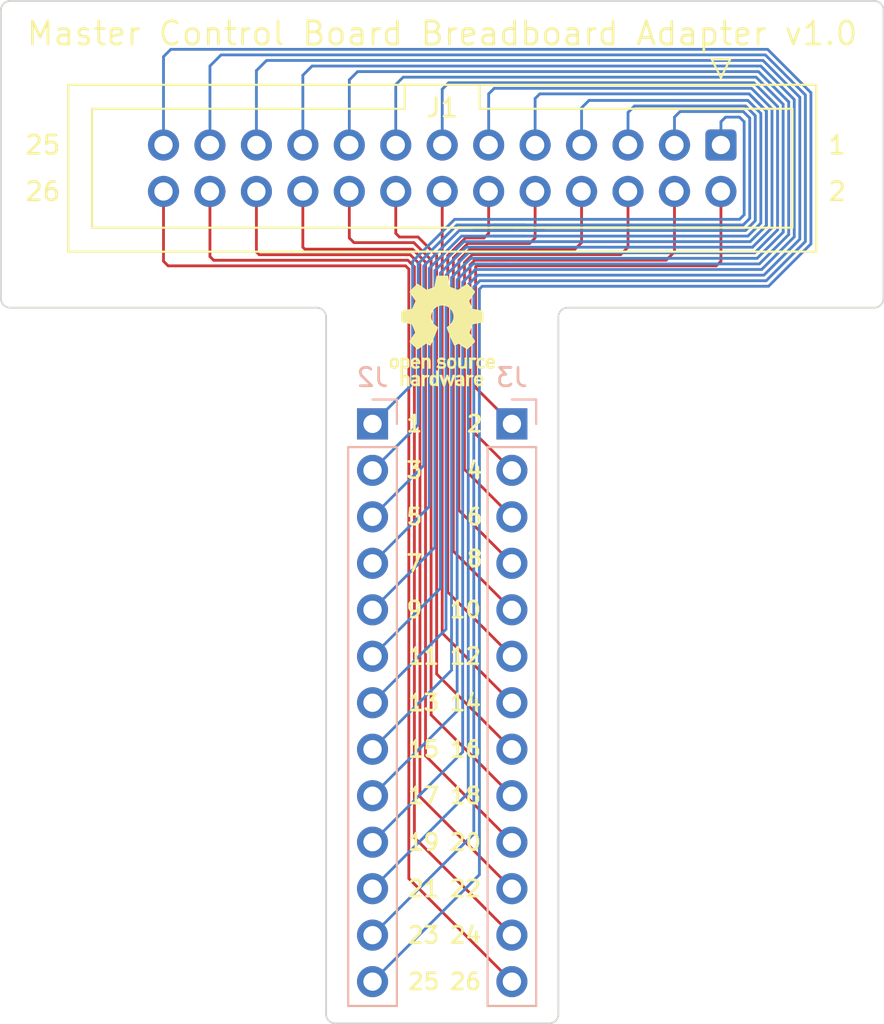
<source format=kicad_pcb>
(kicad_pcb (version 20211014) (generator pcbnew)
  (title_block (title "MCB Breadboard Connector") (date "2022-02-14"))
  (layers (0 "F.Cu" signal) (31 "B.Cu" signal) (36 "B.SilkS" user "B.Silkscreen") (37 "F.SilkS" user "F.Silkscreen") (38 "B.Mask" user) (39 "F.Mask" user) (44 "Edge.Cuts" user))
  (net 0 "")
  (net 1 "Net-(J1-Pad1)")
  (net 2 "Net-(J1-Pad3)")
  (net 3 "Net-(J1-Pad5)")
  (net 4 "Net-(J1-Pad7)")
  (net 5 "Net-(J1-Pad9)")
  (net 6 "Net-(J1-Pad11)")
  (net 7 "Net-(J1-Pad13)")
  (net 8 "Net-(J1-Pad15)")
  (net 9 "Net-(J1-Pad17)")
  (net 10 "Net-(J1-Pad19)")
  (net 11 "Net-(J1-Pad21)")
  (net 12 "Net-(J1-Pad23)")
  (net 13 "Net-(J1-Pad25)")
  (net 14 "Net-(J1-Pad2)")
  (net 15 "Net-(J1-Pad4)")
  (net 16 "Net-(J1-Pad6)")
  (net 17 "Net-(J1-Pad8)")
  (net 18 "Net-(J1-Pad10)")
  (net 19 "Net-(J1-Pad12)")
  (net 20 "Net-(J1-Pad14)")
  (net 21 "Net-(J1-Pad16)")
  (net 22 "Net-(J1-Pad18)")
  (net 23 "Net-(J1-Pad20)")
  (net 24 "Net-(J1-Pad22)")
  (net 25 "Net-(J1-Pad24)")
  (net 26 "Net-(J1-Pad26)")
  (footprint "Symbol:OSHW-Logo_5.7x6mm_SilkScreen" (layer "F.Cu") (at 135.89 49.53)
    (fp_text reference "REF**" hide)
    (fp_text value "OSHW-Logo_5.7x6mm_SilkScreen" hide)
  )
  (footprint "Connector_IDC:IDC-Header_2x13_P2.54mm_Vertical" (layer "F.Cu") (at 151.13 39.37 -90)
    (fp_text reference "J1" (at -2.032 15.24 180) (layer "F.SilkS"))
    (fp_text value "Conn_02x13_Odd_Even" hide)
    (pad "1" thru_hole roundrect locked (at 0 0 270) (size 1.7 1.7) (drill 1) (layers *.Cu *.Mask) (roundrect_rratio 0.1470588235) (net 1 "Net-(J1-Pad1)"))
    (pad "2" thru_hole circle locked (at 2.54 0 270) (size 1.7 1.7) (drill 1) (layers *.Cu *.Mask) (net 14 "Net-(J1-Pad2)"))
    (pad "3" thru_hole circle locked (at 0 2.54 270) (size 1.7 1.7) (drill 1) (layers *.Cu *.Mask) (net 2 "Net-(J1-Pad3)"))
    (pad "4" thru_hole circle locked (at 2.54 2.54 270) (size 1.7 1.7) (drill 1) (layers *.Cu *.Mask) (net 15 "Net-(J1-Pad4)"))
    (pad "5" thru_hole circle locked (at 0 5.08 270) (size 1.7 1.7) (drill 1) (layers *.Cu *.Mask) (net 3 "Net-(J1-Pad5)"))
    (pad "6" thru_hole circle locked (at 2.54 5.08 270) (size 1.7 1.7) (drill 1) (layers *.Cu *.Mask) (net 16 "Net-(J1-Pad6)"))
    (pad "7" thru_hole circle locked (at 0 7.62 270) (size 1.7 1.7) (drill 1) (layers *.Cu *.Mask) (net 4 "Net-(J1-Pad7)"))
    (pad "8" thru_hole circle locked (at 2.54 7.62 270) (size 1.7 1.7) (drill 1) (layers *.Cu *.Mask) (net 17 "Net-(J1-Pad8)"))
    (pad "9" thru_hole circle locked (at 0 10.16 270) (size 1.7 1.7) (drill 1) (layers *.Cu *.Mask) (net 5 "Net-(J1-Pad9)"))
    (pad "10" thru_hole circle locked (at 2.54 10.16 270) (size 1.7 1.7) (drill 1) (layers *.Cu *.Mask) (net 18 "Net-(J1-Pad10)"))
    (pad "11" thru_hole circle locked (at 0 12.7 270) (size 1.7 1.7) (drill 1) (layers *.Cu *.Mask) (net 6 "Net-(J1-Pad11)"))
    (pad "12" thru_hole circle locked (at 2.54 12.7 270) (size 1.7 1.7) (drill 1) (layers *.Cu *.Mask) (net 19 "Net-(J1-Pad12)"))
    (pad "13" thru_hole circle locked (at 0 15.24 270) (size 1.7 1.7) (drill 1) (layers *.Cu *.Mask) (net 7 "Net-(J1-Pad13)"))
    (pad "14" thru_hole circle locked (at 2.54 15.24 270) (size 1.7 1.7) (drill 1) (layers *.Cu *.Mask) (net 20 "Net-(J1-Pad14)"))
    (pad "15" thru_hole circle locked (at 0 17.78 270) (size 1.7 1.7) (drill 1) (layers *.Cu *.Mask) (net 8 "Net-(J1-Pad15)"))
    (pad "16" thru_hole circle locked (at 2.54 17.78 270) (size 1.7 1.7) (drill 1) (layers *.Cu *.Mask) (net 21 "Net-(J1-Pad16)"))
    (pad "17" thru_hole circle locked (at 0 20.32 270) (size 1.7 1.7) (drill 1) (layers *.Cu *.Mask) (net 9 "Net-(J1-Pad17)"))
    (pad "18" thru_hole circle locked (at 2.54 20.32 270) (size 1.7 1.7) (drill 1) (layers *.Cu *.Mask) (net 22 "Net-(J1-Pad18)"))
    (pad "19" thru_hole circle locked (at 0 22.86 270) (size 1.7 1.7) (drill 1) (layers *.Cu *.Mask) (net 10 "Net-(J1-Pad19)"))
    (pad "20" thru_hole circle locked (at 2.54 22.86 270) (size 1.7 1.7) (drill 1) (layers *.Cu *.Mask) (net 23 "Net-(J1-Pad20)"))
    (pad "21" thru_hole circle locked (at 0 25.4 270) (size 1.7 1.7) (drill 1) (layers *.Cu *.Mask) (net 11 "Net-(J1-Pad21)"))
    (pad "22" thru_hole circle locked (at 2.54 25.4 270) (size 1.7 1.7) (drill 1) (layers *.Cu *.Mask) (net 24 "Net-(J1-Pad22)"))
    (pad "23" thru_hole circle locked (at 0 27.94 270) (size 1.7 1.7) (drill 1) (layers *.Cu *.Mask) (net 12 "Net-(J1-Pad23)"))
    (pad "24" thru_hole circle locked (at 2.54 27.94 270) (size 1.7 1.7) (drill 1) (layers *.Cu *.Mask) (net 25 "Net-(J1-Pad24)"))
    (pad "25" thru_hole circle locked (at 0 30.48 270) (size 1.7 1.7) (drill 1) (layers *.Cu *.Mask) (net 13 "Net-(J1-Pad25)"))
    (pad "26" thru_hole circle locked (at 2.54 30.48 270) (size 1.7 1.7) (drill 1) (layers *.Cu *.Mask) (net 26 "Net-(J1-Pad26)"))
  )
  (footprint "Connector_PinHeader_2.54mm:PinHeader_1x13_P2.54mm_Vertical" (layer "B.Cu") (at 139.7 54.61 180)
    (fp_text reference "J3" (at 0 2.54) (layer "B.SilkS") (effects (justify mirror)))
    (fp_text value "Conn_01x13" hide)
    (pad "1" thru_hole rect locked (at 0 0 180) (size 1.7 1.7) (drill 1) (layers *.Cu *.Mask) (net 14 "Net-(J1-Pad2)"))
    (pad "2" thru_hole oval locked (at 0 -2.54 180) (size 1.7 1.7) (drill 1) (layers *.Cu *.Mask) (net 15 "Net-(J1-Pad4)"))
    (pad "3" thru_hole oval locked (at 0 -5.08 180) (size 1.7 1.7) (drill 1) (layers *.Cu *.Mask) (net 16 "Net-(J1-Pad6)"))
    (pad "4" thru_hole oval locked (at 0 -7.62 180) (size 1.7 1.7) (drill 1) (layers *.Cu *.Mask) (net 17 "Net-(J1-Pad8)"))
    (pad "5" thru_hole oval locked (at 0 -10.16 180) (size 1.7 1.7) (drill 1) (layers *.Cu *.Mask) (net 18 "Net-(J1-Pad10)"))
    (pad "6" thru_hole oval locked (at 0 -12.7 180) (size 1.7 1.7) (drill 1) (layers *.Cu *.Mask) (net 19 "Net-(J1-Pad12)"))
    (pad "7" thru_hole oval locked (at 0 -15.24 180) (size 1.7 1.7) (drill 1) (layers *.Cu *.Mask) (net 20 "Net-(J1-Pad14)"))
    (pad "8" thru_hole oval locked (at 0 -17.78 180) (size 1.7 1.7) (drill 1) (layers *.Cu *.Mask) (net 21 "Net-(J1-Pad16)"))
    (pad "9" thru_hole oval locked (at 0 -20.32 180) (size 1.7 1.7) (drill 1) (layers *.Cu *.Mask) (net 22 "Net-(J1-Pad18)"))
    (pad "10" thru_hole oval locked (at 0 -22.86 180) (size 1.7 1.7) (drill 1) (layers *.Cu *.Mask) (net 23 "Net-(J1-Pad20)"))
    (pad "11" thru_hole oval locked (at 0 -25.4 180) (size 1.7 1.7) (drill 1) (layers *.Cu *.Mask) (net 24 "Net-(J1-Pad22)"))
    (pad "12" thru_hole oval locked (at 0 -27.94 180) (size 1.7 1.7) (drill 1) (layers *.Cu *.Mask) (net 25 "Net-(J1-Pad24)"))
    (pad "13" thru_hole oval locked (at 0 -30.48 180) (size 1.7 1.7) (drill 1) (layers *.Cu *.Mask) (net 26 "Net-(J1-Pad26)"))
  )
  (footprint "Connector_PinHeader_2.54mm:PinHeader_1x13_P2.54mm_Vertical" (layer "B.Cu") (at 132.08 54.61 180)
    (fp_text reference "J2" (at 0 2.54) (layer "B.SilkS") (effects (justify mirror)))
    (fp_text value "Conn_01x13" hide)
    (pad "1" thru_hole rect locked (at 0 0 180) (size 1.7 1.7) (drill 1) (layers *.Cu *.Mask) (net 1 "Net-(J1-Pad1)"))
    (pad "2" thru_hole oval locked (at 0 -2.54 180) (size 1.7 1.7) (drill 1) (layers *.Cu *.Mask) (net 2 "Net-(J1-Pad3)"))
    (pad "3" thru_hole oval locked (at 0 -5.08 180) (size 1.7 1.7) (drill 1) (layers *.Cu *.Mask) (net 3 "Net-(J1-Pad5)"))
    (pad "4" thru_hole oval locked (at 0 -7.62 180) (size 1.7 1.7) (drill 1) (layers *.Cu *.Mask) (net 4 "Net-(J1-Pad7)"))
    (pad "5" thru_hole oval locked (at 0 -10.16 180) (size 1.7 1.7) (drill 1) (layers *.Cu *.Mask) (net 5 "Net-(J1-Pad9)"))
    (pad "6" thru_hole oval locked (at 0 -12.7 180) (size 1.7 1.7) (drill 1) (layers *.Cu *.Mask) (net 6 "Net-(J1-Pad11)"))
    (pad "7" thru_hole oval locked (at 0 -15.24 180) (size 1.7 1.7) (drill 1) (layers *.Cu *.Mask) (net 7 "Net-(J1-Pad13)"))
    (pad "8" thru_hole oval locked (at 0 -17.78 180) (size 1.7 1.7) (drill 1) (layers *.Cu *.Mask) (net 8 "Net-(J1-Pad15)"))
    (pad "9" thru_hole oval locked (at 0 -20.32 180) (size 1.7 1.7) (drill 1) (layers *.Cu *.Mask) (net 9 "Net-(J1-Pad17)"))
    (pad "10" thru_hole oval locked (at 0 -22.86 180) (size 1.7 1.7) (drill 1) (layers *.Cu *.Mask) (net 10 "Net-(J1-Pad19)"))
    (pad "11" thru_hole oval locked (at 0 -25.4 180) (size 1.7 1.7) (drill 1) (layers *.Cu *.Mask) (net 11 "Net-(J1-Pad21)"))
    (pad "12" thru_hole oval locked (at 0 -27.94 180) (size 1.7 1.7) (drill 1) (layers *.Cu *.Mask) (net 12 "Net-(J1-Pad23)"))
    (pad "13" thru_hole oval locked (at 0 -30.48 180) (size 1.7 1.7) (drill 1) (layers *.Cu *.Mask) (net 13 "Net-(J1-Pad25)"))
  )
  (gr_line (start 112.268 31.496) (end 159.512001 31.495999) (layer "Edge.Cuts") (width 0.1))
  (gr_arc (start 159.512001 31.495999) (mid 159.871211 31.644789) (end 160.020001 32.003999) (layer "Edge.Cuts") (width 0.1))
  (gr_line (start 160.020001 32.003999) (end 160.020001 47.752001) (layer "Edge.Cuts") (width 0.1))
  (gr_arc (start 111.76 32.004) (mid 111.90879 31.64479) (end 112.268 31.496) (layer "Edge.Cuts") (width 0.1))
  (gr_arc (start 142.24 48.768) (mid 142.38879 48.40879) (end 142.748 48.26) (layer "Edge.Cuts") (width 0.1))
  (gr_arc (start 112.267999 48.260001) (mid 111.908789 48.111211) (end 111.759999 47.752001) (layer "Edge.Cuts") (width 0.1))
  (gr_arc (start 129.032 48.259999) (mid 129.39121 48.408789) (end 129.54 48.767999) (layer "Edge.Cuts") (width 0.1))
  (gr_arc (start 130.047999 87.376001) (mid 129.688789 87.227211) (end 129.539999 86.868001) (layer "Edge.Cuts") (width 0.1))
  (gr_arc (start 142.24 86.868) (mid 142.09121 87.22721) (end 141.732 87.376) (layer "Edge.Cuts") (width 0.1))
  (gr_line (start 142.24 48.768) (end 142.24 86.868) (layer "Edge.Cuts") (width 0.1))
  (gr_line (start 141.732 87.376) (end 130.047999 87.376001) (layer "Edge.Cuts") (width 0.1))
  (gr_line (start 111.759999 47.752001) (end 111.76 32.004) (layer "Edge.Cuts") (width 0.1))
  (gr_line (start 159.512001 48.260001) (end 142.747999 48.259999) (layer "Edge.Cuts") (width 0.1))
  (gr_line (start 129.032 48.26) (end 112.267999 48.260001) (layer "Edge.Cuts") (width 0.1))
  (gr_line (start 129.539999 86.868001) (end 129.54 48.767999) (layer "Edge.Cuts") (width 0.1))
  (gr_arc (start 160.020001 47.752001) (mid 159.871211 48.111211) (end 159.512001 48.260001) (layer "Edge.Cuts") (width 0.1))
  (gr_text "1" (at 157.48 39.37) (layer "F.SilkS") (effects (font (size 1 1))))
  (gr_text "20" (at 137.16 77.47) (layer "F.SilkS") (effects (font (size 0.889 0.889))))
  (gr_text "22" (at 137.16 80.01) (layer "F.SilkS") (effects (font (size 0.889 0.889))))
  (gr_text "23" (at 134.874 82.55) (layer "F.SilkS") (effects (font (size 0.889 0.889))))
  (gr_text "24" (at 137.16 82.55) (layer "F.SilkS") (effects (font (size 0.889 0.889))))
  (gr_text "19" (at 134.874 77.47) (layer "F.SilkS") (effects (font (size 0.889 0.889))))
  (gr_text "11" (at 134.874 67.31) (layer "F.SilkS") (effects (font (size 0.889 0.889))))
  (gr_text "3" (at 134.366 57.15) (layer "F.SilkS") (effects (font (size 0.889 0.889))))
  (gr_text "21" (at 134.874 80.01) (layer "F.SilkS") (effects (font (size 0.889 0.889))))
  (gr_text "4" (at 137.668 57.15) (layer "F.SilkS") (effects (font (size 0.889 0.889))))
  (gr_text "8" (at 137.668 61.976) (layer "F.SilkS") (effects (font (size 0.889 0.889))))
  (gr_text "5" (at 134.366 59.69) (layer "F.SilkS") (effects (font (size 0.889 0.889))))
  (gr_text "26" (at 137.16 85.09) (layer "F.SilkS") (effects (font (size 0.889 0.889))))
  (gr_text "13" (at 134.874 69.85) (layer "F.SilkS") (effects (font (size 0.889 0.889))))
  (gr_text "1" (at 134.366 54.61) (layer "F.SilkS") (effects (font (size 0.889 0.889))))
  (gr_text "18" (at 137.16 74.93) (layer "F.SilkS") (effects (font (size 0.889 0.889))))
  (gr_text "Master Control Board Breadboard Adapter v1.0" (at 135.89 33.274) (layer "F.SilkS") (effects (font (size 1.27 1.27))))
  (gr_text "26" (at 114.046 41.91) (layer "F.SilkS") (effects (font (size 1 1))))
  (gr_text "17" (at 134.874 74.93) (layer "F.SilkS") (effects (font (size 0.889 0.889))))
  (gr_text "7" (at 134.366 62.23) (layer "F.SilkS") (effects (font (size 0.889 0.889))))
  (gr_text "12" (at 137.16 67.31) (layer "F.SilkS") (effects (font (size 0.889 0.889))))
  (gr_text "15" (at 134.874 72.39) (layer "F.SilkS") (effects (font (size 0.889 0.889))))
  (gr_text "10\n" (at 137.16 64.77) (layer "F.SilkS") (effects (font (size 0.889 0.889))))
  (gr_text "14" (at 137.16 69.85) (layer "F.SilkS") (effects (font (size 0.889 0.889))))
  (gr_text "25" (at 134.874 85.09) (layer "F.SilkS") (effects (font (size 0.889 0.889))))
  (gr_text "16" (at 137.16 72.39) (layer "F.SilkS") (effects (font (size 0.889 0.889))))
  (gr_text "9" (at 134.366 64.77) (layer "F.SilkS") (effects (font (size 0.889 0.889))))
  (gr_text "2" (at 157.48 41.91) (layer "F.SilkS") (effects (font (size 1 1))))
  (gr_text "25" (at 114.046 39.37) (layer "F.SilkS") (effects (font (size 1 1))))
  (gr_text "6" (at 137.668 59.69) (layer "F.SilkS") (effects (font (size 0.889 0.889))))
  (gr_text "2" (at 137.668 54.61) (layer "F.SilkS") (effects (font (size 0.889 0.889))))
  (segment (start 151.384 37.846) (end 152.146 37.846) (width 0.1524) (layer "B.Cu") (net 1))
  (segment (start 152.4 43.18) (end 152.146 43.434) (width 0.1524) (layer "B.Cu") (net 1))
  (segment (start 151.13 39.37) (end 151.13 38.1) (width 0.1524) (layer "B.Cu") (net 1))
  (segment (start 136.567521 43.434) (end 134.27016 45.731361) (width 0.1524) (layer "B.Cu") (net 1))
  (segment (start 152.4 38.1) (end 152.4 43.18) (width 0.1524) (layer "B.Cu") (net 1))
  (segment (start 134.27016 52.41984) (end 132.08 54.61) (width 0.1524) (layer "B.Cu") (net 1))
  (segment (start 152.146 43.434) (end 136.567521 43.434) (width 0.1524) (layer "B.Cu") (net 1))
  (segment (start 152.146 37.846) (end 152.4 38.1) (width 0.1524) (layer "B.Cu") (net 1))
  (segment (start 151.13 38.1) (end 151.384 37.846) (width 0.1524) (layer "B.Cu") (net 1))
  (segment (start 134.27016 45.731361) (end 134.27016 52.41984) (width 0.1524) (layer "B.Cu") (net 1))
  (segment (start 132.08 57.15) (end 134.57448 54.65552) (width 0.1524) (layer "B.Cu") (net 2))
  (segment (start 152.70432 43.38368) (end 152.70432 37.89632) (width 0.1524) (layer "B.Cu") (net 2))
  (segment (start 138.684 43.73832) (end 152.34968 43.73832) (width 0.1524) (layer "B.Cu") (net 2))
  (segment (start 134.57448 45.857414) (end 136.693574 43.73832) (width 0.1524) (layer "B.Cu") (net 2))
  (segment (start 148.59 37.846) (end 148.59 39.37) (width 0.1524) (layer "B.Cu") (net 2))
  (segment (start 152.34968 43.73832) (end 152.70432 43.38368) (width 0.1524) (layer "B.Cu") (net 2))
  (segment (start 152.34968 37.54168) (end 148.89432 37.54168) (width 0.1524) (layer "B.Cu") (net 2))
  (segment (start 152.70432 37.89632) (end 152.34968 37.54168) (width 0.1524) (layer "B.Cu") (net 2))
  (segment (start 136.693574 43.73832) (end 140.41168 43.73832) (width 0.1524) (layer "B.Cu") (net 2))
  (segment (start 148.89432 37.54168) (end 148.59 37.846) (width 0.1524) (layer "B.Cu") (net 2))
  (segment (start 134.57448 54.65552) (end 134.57448 45.857414) (width 0.1524) (layer "B.Cu") (net 2))
  (segment (start 146.40464 37.23736) (end 146.05 37.592) (width 0.1524) (layer "B.Cu") (net 3))
  (segment (start 137.581629 44.04264) (end 141.478 44.04264) (width 0.1524) (layer "B.Cu") (net 3))
  (segment (start 152.475733 37.23736) (end 146.40464 37.23736) (width 0.1524) (layer "B.Cu") (net 3))
  (segment (start 134.8788 56.8912) (end 134.8788 45.983467) (width 0.1524) (layer "B.Cu") (net 3))
  (segment (start 136.819627 44.04264) (end 139.80064 44.04264) (width 0.1524) (layer "B.Cu") (net 3))
  (segment (start 153.00864 43.509734) (end 153.00864 37.770267) (width 0.1524) (layer "B.Cu") (net 3))
  (segment (start 134.8788 45.983467) (end 136.819627 44.04264) (width 0.1524) (layer "B.Cu") (net 3))
  (segment (start 138.684 44.04264) (end 152.475734 44.04264) (width 0.1524) (layer "B.Cu") (net 3))
  (segment (start 152.475734 44.04264) (end 153.00864 43.509734) (width 0.1524) (layer "B.Cu") (net 3))
  (segment (start 146.05 37.592) (end 146.05 39.37) (width 0.1524) (layer "B.Cu") (net 3))
  (segment (start 132.08 59.69) (end 134.8788 56.8912) (width 0.1524) (layer "B.Cu") (net 3))
  (segment (start 153.00864 37.770267) (end 152.475733 37.23736) (width 0.1524) (layer "B.Cu") (net 3))
  (segment (start 136.94568 44.34696) (end 135.18312 46.10952) (width 0.1524) (layer "B.Cu") (net 4))
  (segment (start 135.18312 59.12688) (end 132.08 62.23) (width 0.1524) (layer "B.Cu") (net 4))
  (segment (start 143.91496 36.93304) (end 152.601786 36.93304) (width 0.1524) (layer "B.Cu") (net 4))
  (segment (start 143.51 39.37) (end 143.51 37.338) (width 0.1524) (layer "B.Cu") (net 4))
  (segment (start 153.31296 37.644214) (end 153.31296 43.635787) (width 0.1524) (layer "B.Cu") (net 4))
  (segment (start 152.601787 44.34696) (end 138.684 44.34696) (width 0.1524) (layer "B.Cu") (net 4))
  (segment (start 135.18312 46.10952) (end 135.18312 59.12688) (width 0.1524) (layer "B.Cu") (net 4))
  (segment (start 152.601786 36.93304) (end 153.31296 37.644214) (width 0.1524) (layer "B.Cu") (net 4))
  (segment (start 153.31296 43.635787) (end 152.601787 44.34696) (width 0.1524) (layer "B.Cu") (net 4))
  (segment (start 140.462 44.34696) (end 136.94568 44.34696) (width 0.1524) (layer "B.Cu") (net 4))
  (segment (start 143.51 37.338) (end 143.91496 36.93304) (width 0.1524) (layer "B.Cu") (net 4))
  (segment (start 152.72784 44.65128) (end 153.61728 43.761841) (width 0.1524) (layer "B.Cu") (net 5))
  (segment (start 140.97 36.83) (end 141.224 36.576) (width 0.1524) (layer "B.Cu") (net 5))
  (segment (start 135.48744 61.36256) (end 135.48744 46.235573) (width 0.1524) (layer "B.Cu") (net 5))
  (segment (start 153.61728 37.51816) (end 152.72784 36.62872) (width 0.1524) (layer "B.Cu") (net 5))
  (segment (start 140.97 39.37) (end 140.97 36.83) (width 0.1524) (layer "B.Cu") (net 5))
  (segment (start 137.071733 44.65128) (end 152.72784 44.65128) (width 0.1524) (layer "B.Cu") (net 5))
  (segment (start 132.08 64.77) (end 135.48744 61.36256) (width 0.1524) (layer "B.Cu") (net 5))
  (segment (start 153.61728 37.518161) (end 153.61728 43.761841) (width 0.1524) (layer "B.Cu") (net 5))
  (segment (start 141.224 36.576) (end 152.675119 36.576) (width 0.1524) (layer "B.Cu") (net 5))
  (segment (start 152.675119 36.576) (end 153.61728 37.518161) (width 0.1524) (layer "B.Cu") (net 5))
  (segment (start 153.61728 43.761841) (end 153.61728 37.51816) (width 0.1524) (layer "B.Cu") (net 5))
  (segment (start 135.48744 46.235573) (end 137.071733 44.65128) (width 0.1524) (layer "B.Cu") (net 5))
  (segment (start 152.853893 44.9556) (end 153.9216 43.887895) (width 0.1524) (layer "B.Cu") (net 6))
  (segment (start 135.79176 46.361626) (end 137.197786 44.9556) (width 0.1524) (layer "B.Cu") (net 6))
  (segment (start 138.43 36.576) (end 138.43 39.37) (width 0.1524) (layer "B.Cu") (net 6))
  (segment (start 135.79176 63.59824) (end 135.79176 46.361626) (width 0.1524) (layer "B.Cu") (net 6))
  (segment (start 152.801172 36.27168) (end 138.73432 36.27168) (width 0.1524) (layer "B.Cu") (net 6))
  (segment (start 153.9216 43.887895) (end 153.9216 37.392108) (width 0.1524) (layer "B.Cu") (net 6))
  (segment (start 138.73432 36.27168) (end 138.43 36.576) (width 0.1524) (layer "B.Cu") (net 6))
  (segment (start 153.9216 37.392108) (end 152.801172 36.27168) (width 0.1524) (layer "B.Cu") (net 6))
  (segment (start 132.08 67.31) (end 135.79176 63.59824) (width 0.1524) (layer "B.Cu") (net 6))
  (segment (start 137.197786 44.9556) (end 152.853893 44.9556) (width 0.1524) (layer "B.Cu") (net 6))
  (segment (start 154.22592 37.266055) (end 152.927225 35.96736) (width 0.1524) (layer "B.Cu") (net 7))
  (segment (start 154.22592 44.013949) (end 154.22592 37.266055) (width 0.1524) (layer "B.Cu") (net 7))
  (segment (start 136.09608 46.487679) (end 137.323839 45.25992) (width 0.1524) (layer "B.Cu") (net 7))
  (segment (start 152.927225 35.96736) (end 136.24464 35.96736) (width 0.1524) (layer "B.Cu") (net 7))
  (segment (start 136.09608 65.83392) (end 136.09608 46.487679) (width 0.1524) (layer "B.Cu") (net 7))
  (segment (start 135.89 36.322) (end 135.89 39.37) (width 0.1524) (layer "B.Cu") (net 7))
  (segment (start 136.24464 35.96736) (end 135.89 36.322) (width 0.1524) (layer "B.Cu") (net 7))
  (segment (start 152.979946 45.25992) (end 154.22592 44.013949) (width 0.1524) (layer "B.Cu") (net 7))
  (segment (start 137.323839 45.25992) (end 152.979946 45.25992) (width 0.1524) (layer "B.Cu") (net 7))
  (segment (start 132.08 69.85) (end 136.09608 65.83392) (width 0.1524) (layer "B.Cu") (net 7))
  (segment (start 154.53024 44.139999) (end 153.105999 45.56424) (width 0.1524) (layer "B.Cu") (net 8))
  (segment (start 154.53024 37.140002) (end 154.53024 44.04024) (width 0.1524) (layer "B.Cu") (net 8))
  (segment (start 154.53024 44.04024) (end 154.53024 44.140003) (width 0.1524) (layer "B.Cu") (net 8))
  (segment (start 133.75496 35.66304) (end 153.053278 35.66304) (width 0.1524) (layer "B.Cu") (net 8))
  (segment (start 133.35 39.37) (end 133.35 36.068) (width 0.1524) (layer "B.Cu") (net 8))
  (segment (start 136.4004 46.613732) (end 136.4004 68.0696) (width 0.1524) (layer "B.Cu") (net 8))
  (segment (start 153.053278 35.66304) (end 154.53024 37.140002) (width 0.1524) (layer "B.Cu") (net 8))
  (segment (start 153.105999 45.56424) (end 137.449892 45.56424) (width 0.1524) (layer "B.Cu") (net 8))
  (segment (start 154.53024 44.04024) (end 154.53024 44.139999) (width 0.1524) (layer "B.Cu") (net 8))
  (segment (start 136.4004 68.0696) (end 132.08 72.39) (width 0.1524) (layer "B.Cu") (net 8))
  (segment (start 137.449892 45.56424) (end 136.4004 46.613732) (width 0.1524) (layer "B.Cu") (net 8))
  (segment (start 133.35 36.068) (end 133.75496 35.66304) (width 0.1524) (layer "B.Cu") (net 8))
  (segment (start 154.83456 44.266053) (end 153.232052 45.86856) (width 0.1524) (layer "B.Cu") (net 9))
  (segment (start 136.70472 70.30528) (end 136.70472 46.739784) (width 0.1524) (layer "B.Cu") (net 9))
  (segment (start 153.232052 45.86856) (end 138.684 45.86856) (width 0.1524) (layer "B.Cu") (net 9))
  (segment (start 130.81 35.814) (end 131.26528 35.35872) (width 0.1524) (layer "B.Cu") (net 9))
  (segment (start 136.70472 46.739784) (end 137.575945 45.86856) (width 0.1524) (layer "B.Cu") (net 9))
  (segment (start 137.575945 45.86856) (end 139.446 45.86856) (width 0.1524) (layer "B.Cu") (net 9))
  (segment (start 130.81 39.37) (end 130.81 35.814) (width 0.1524) (layer "B.Cu") (net 9))
  (segment (start 153.179331 35.35872) (end 154.83456 37.013949) (width 0.1524) (layer "B.Cu") (net 9))
  (segment (start 131.26528 35.35872) (end 153.179331 35.35872) (width 0.1524) (layer "B.Cu") (net 9))
  (segment (start 132.08 74.93) (end 136.70472 70.30528) (width 0.1524) (layer "B.Cu") (net 9))
  (segment (start 154.83456 37.013949) (end 154.83456 44.266053) (width 0.1524) (layer "B.Cu") (net 9))
  (segment (start 137.00904 72.54096) (end 137.00904 46.865838) (width 0.1524) (layer "B.Cu") (net 10))
  (segment (start 128.7756 35.0544) (end 128.27 35.56) (width 0.1524) (layer "B.Cu") (net 10))
  (segment (start 153.358105 46.17288) (end 155.13888 44.392107) (width 0.1524) (layer "B.Cu") (net 10))
  (segment (start 155.13888 36.887896) (end 153.305384 35.0544) (width 0.1524) (layer "B.Cu") (net 10))
  (segment (start 155.13888 44.392107) (end 155.13888 36.887896) (width 0.1524) (layer "B.Cu") (net 10))
  (segment (start 153.305384 35.0544) (end 128.7756 35.0544) (width 0.1524) (layer "B.Cu") (net 10))
  (segment (start 128.27 35.56) (end 128.27 39.37) (width 0.1524) (layer "B.Cu") (net 10))
  (segment (start 137.701998 46.17288) (end 153.358105 46.17288) (width 0.1524) (layer "B.Cu") (net 10))
  (segment (start 132.08 77.47) (end 137.00904 72.54096) (width 0.1524) (layer "B.Cu") (net 10))
  (segment (start 137.00904 46.865838) (end 137.701998 46.17288) (width 0.1524) (layer "B.Cu") (net 10))
  (segment (start 153.431437 34.75008) (end 126.28592 34.75008) (width 0.1524) (layer "B.Cu") (net 11))
  (segment (start 153.479358 46.482) (end 155.4432 44.518158) (width 0.1524) (layer "B.Cu") (net 11))
  (segment (start 155.4432 36.761843) (end 153.431437 34.75008) (width 0.1524) (layer "B.Cu") (net 11))
  (segment (start 155.4432 44.518158) (end 155.4432 36.761843) (width 0.1524) (layer "B.Cu") (net 11))
  (segment (start 132.08 80.01) (end 137.31336 74.77664) (width 0.1524) (layer "B.Cu") (net 11))
  (segment (start 125.73 35.306) (end 125.73 39.37) (width 0.1524) (layer "B.Cu") (net 11))
  (segment (start 126.28592 34.75008) (end 125.73 35.306) (width 0.1524) (layer "B.Cu") (net 11))
  (segment (start 137.31336 74.77664) (end 137.31336 46.991892) (width 0.1524) (layer "B.Cu") (net 11))
  (segment (start 137.31336 46.991892) (end 137.823252 46.482) (width 0.1524) (layer "B.Cu") (net 11))
  (segment (start 137.823252 46.482) (end 153.479358 46.482) (width 0.1524) (layer "B.Cu") (net 11))
  (segment (start 137.61768 47.117946) (end 137.949311 46.786315) (width 0.1524) (layer "B.Cu") (net 12))
  (segment (start 155.74752 44.644211) (end 153.605411 46.78632) (width 0.1524) (layer "B.Cu") (net 12))
  (segment (start 123.19 35.052) (end 123.79624 34.44576) (width 0.1524) (layer "B.Cu") (net 12))
  (segment (start 132.08 82.55) (end 137.61768 77.01232) (width 0.1524) (layer "B.Cu") (net 12))
  (segment (start 123.79624 34.44576) (end 153.55749 34.44576) (width 0.1524) (layer "B.Cu") (net 12))
  (segment (start 137.949305 46.786317) (end 139.7 46.786317) (width 0.1524) (layer "B.Cu") (net 12))
  (segment (start 123.19 39.37) (end 123.19 35.052) (width 0.1524) (layer "B.Cu") (net 12))
  (segment (start 137.61768 77.01232) (end 137.61768 47.117946) (width 0.1524) (layer "B.Cu") (net 12))
  (segment (start 153.605411 46.78632) (end 139.7 46.78632) (width 0.1524) (layer "B.Cu") (net 12))
  (segment (start 155.74752 36.63579) (end 155.74752 44.644211) (width 0.1524) (layer "B.Cu") (net 12))
  (segment (start 153.55749 34.44576) (end 155.74752 36.63579) (width 0.1524) (layer "B.Cu") (net 12))
  (segment (start 156.05184 44.770264) (end 156.05184 36.509737) (width 0.1524) (layer "B.Cu") (net 13))
  (segment (start 137.922 47.244) (end 138.075365 47.090635) (width 0.1524) (layer "B.Cu") (net 13))
  (segment (start 137.922 79.248) (end 137.922 47.244) (width 0.1524) (layer "B.Cu") (net 13))
  (segment (start 121.05256 34.14144) (end 120.65 34.544) (width 0.1524) (layer "B.Cu") (net 13))
  (segment (start 138.075365 47.090635) (end 153.731468 47.090635) (width 0.1524) (layer "B.Cu") (net 13))
  (segment (start 153.731464 47.09064) (end 156.05184 44.770264) (width 0.1524) (layer "B.Cu") (net 13))
  (segment (start 156.05184 36.509737) (end 153.683543 34.14144) (width 0.1524) (layer "B.Cu") (net 13))
  (segment (start 120.65 34.544) (end 120.65 39.37) (width 0.1524) (layer "B.Cu") (net 13))
  (segment (start 132.08 85.09) (end 137.922 79.248) (width 0.1524) (layer "B.Cu") (net 13))
  (segment (start 153.683543 34.14144) (end 121.05256 34.14144) (width 0.1524) (layer "B.Cu") (net 13))
  (segment (start 150.876 45.974) (end 150.8736 45.9716) (width 0.1524) (layer "F.Cu") (net 14))
  (segment (start 151.13 45.72) (end 150.876 45.974) (width 0.1524) (layer "F.Cu") (net 14))
  (segment (start 137.79027 45.9716) (end 137.71592 46.04595) (width 0.1524) (layer "F.Cu") (net 14))
  (segment (start 150.8736 45.9716) (end 137.79027 45.9716) (width 0.1524) (layer "F.Cu") (net 14))
  (segment (start 137.71592 46.04595) (end 137.71592 52.62592) (width 0.1524) (layer "F.Cu") (net 14))
  (segment (start 137.71592 52.62592) (end 139.7 54.61) (width 0.1524) (layer "F.Cu") (net 14))
  (segment (start 151.13 41.91) (end 151.13 45.72) (width 0.1524) (layer "F.Cu") (net 14))
  (segment (start 137.664216 45.66728) (end 137.4116 45.919896) (width 0.1524) (layer "F.Cu") (net 15))
  (segment (start 148.59 41.91) (end 148.59 45.212) (width 0.1524) (layer "F.Cu") (net 15))
  (segment (start 137.4116 45.919896) (end 137.4116 54.8616) (width 0.1524) (layer "F.Cu") (net 15))
  (segment (start 137.4116 54.8616) (end 139.7 57.15) (width 0.1524) (layer "F.Cu") (net 15))
  (segment (start 148.13472 45.66728) (end 137.664216 45.66728) (width 0.1524) (layer "F.Cu") (net 15))
  (segment (start 148.59 45.212) (end 148.13472 45.66728) (width 0.1524) (layer "F.Cu") (net 15))
  (segment (start 145.64504 45.36296) (end 137.538162 45.36296) (width 0.1524) (layer "F.Cu") (net 16))
  (segment (start 137.10728 57.09728) (end 139.7 59.69) (width 0.1524) (layer "F.Cu") (net 16))
  (segment (start 146.05 41.91) (end 146.05 44.958) (width 0.1524) (layer "F.Cu") (net 16))
  (segment (start 137.10728 45.793842) (end 137.10728 57.09728) (width 0.1524) (layer "F.Cu") (net 16))
  (segment (start 146.05 44.958) (end 145.64504 45.36296) (width 0.1524) (layer "F.Cu") (net 16))
  (segment (start 137.538162 45.36296) (end 137.10728 45.793842) (width 0.1524) (layer "F.Cu") (net 16))
  (segment (start 143.51 41.91) (end 143.51 44.704) (width 0.1524) (layer "F.Cu") (net 17))
  (segment (start 143.51 44.704) (end 143.15536 45.05864) (width 0.1524) (layer "F.Cu") (net 17))
  (segment (start 137.412108 45.05864) (end 136.80296 45.667788) (width 0.1524) (layer "F.Cu") (net 17))
  (segment (start 136.80296 59.33296) (end 139.7 62.23) (width 0.1524) (layer "F.Cu") (net 17))
  (segment (start 136.80296 45.667788) (end 136.80296 59.33296) (width 0.1524) (layer "F.Cu") (net 17))
  (segment (start 143.15536 45.05864) (end 137.412108 45.05864) (width 0.1524) (layer "F.Cu") (net 17))
  (segment (start 137.286054 44.75432) (end 136.49864 45.541734) (width 0.1524) (layer "F.Cu") (net 18))
  (segment (start 140.97 41.91) (end 140.97 44.45) (width 0.1524) (layer "F.Cu") (net 18))
  (segment (start 140.66568 44.75432) (end 137.286054 44.75432) (width 0.1524) (layer "F.Cu") (net 18))
  (segment (start 140.97 44.45) (end 140.66568 44.75432) (width 0.1524) (layer "F.Cu") (net 18))
  (segment (start 136.49864 45.541734) (end 136.49864 61.56864) (width 0.1524) (layer "F.Cu") (net 18))
  (segment (start 136.49864 61.56864) (end 139.7 64.77) (width 0.1524) (layer "F.Cu") (net 18))
  (segment (start 136.19432 45.41568) (end 136.19432 63.80432) (width 0.1524) (layer "F.Cu") (net 19))
  (segment (start 136.19432 63.80432) (end 139.7 67.31) (width 0.1524) (layer "F.Cu") (net 19))
  (segment (start 138.176 44.45) (end 137.16 44.45) (width 0.1524) (layer "F.Cu") (net 19))
  (segment (start 138.43 44.196) (end 138.176 44.45) (width 0.1524) (layer "F.Cu") (net 19))
  (segment (start 138.43 41.91) (end 138.43 44.196) (width 0.1524) (layer "F.Cu") (net 19))
  (segment (start 137.16 44.45) (end 136.19432 45.41568) (width 0.1524) (layer "F.Cu") (net 19))
  (segment (start 135.89 66.04) (end 139.7 69.85) (width 0.1524) (layer "F.Cu") (net 20))
  (segment (start 135.89 41.91) (end 135.89 66.04) (width 0.1524) (layer "F.Cu") (net 20))
  (segment (start 133.35 44.196) (end 133.55368 44.39968) (width 0.1524) (layer "F.Cu") (net 21))
  (segment (start 133.35 41.91) (end 133.35 44.196) (width 0.1524) (layer "F.Cu") (net 21))
  (segment (start 134.56968 44.39968) (end 135.58568 45.41568) (width 0.1524) (layer "F.Cu") (net 21))
  (segment (start 135.58568 45.41568) (end 135.58568 68.27568) (width 0.1524) (layer "F.Cu") (net 21))
  (segment (start 135.58568 68.27568) (end 139.7 72.39) (width 0.1524) (layer "F.Cu") (net 21))
  (segment (start 133.55368 44.39968) (end 134.56968 44.39968) (width 0.1524) (layer "F.Cu") (net 21))
  (segment (start 131.064 44.704) (end 134.337746 44.704) (width 0.1524) (layer "F.Cu") (net 22))
  (segment (start 135.28136 70.51136) (end 139.7 74.93) (width 0.1524) (layer "F.Cu") (net 22))
  (segment (start 134.337746 44.704) (end 135.28136 45.647614) (width 0.1524) (layer "F.Cu") (net 22))
  (segment (start 130.81 44.45) (end 131.064 44.704) (width 0.1524) (layer "F.Cu") (net 22))
  (segment (start 135.28136 45.647614) (end 135.28136 70.51136) (width 0.1524) (layer "F.Cu") (net 22))
  (segment (start 130.81 41.91) (end 130.81 44.45) (width 0.1524) (layer "F.Cu") (net 22))
  (segment (start 128.37304 45.06104) (end 134.264412 45.06104) (width 0.1524) (layer "F.Cu") (net 23))
  (segment (start 128.27 41.91) (end 128.27 44.958) (width 0.1524) (layer "F.Cu") (net 23))
  (segment (start 128.27 44.958) (end 128.37304 45.06104) (width 0.1524) (layer "F.Cu") (net 23))
  (segment (start 134.97704 45.773668) (end 134.97704 72.74704) (width 0.1524) (layer "F.Cu") (net 23))
  (segment (start 134.97704 72.74704) (end 139.7 77.47) (width 0.1524) (layer "F.Cu") (net 23))
  (segment (start 134.264412 45.06104) (end 134.97704 45.773668) (width 0.1524) (layer "F.Cu") (net 23))
  (segment (start 125.73 45.212) (end 125.88336 45.36536) (width 0.1524) (layer "F.Cu") (net 24))
  (segment (start 134.138358 45.36536) (end 134.67272 45.899722) (width 0.1524) (layer "F.Cu") (net 24))
  (segment (start 125.88336 45.36536) (end 134.138358 45.36536) (width 0.1524) (layer "F.Cu") (net 24))
  (segment (start 134.67272 45.899722) (end 134.67272 74.98272) (width 0.1524) (layer "F.Cu") (net 24))
  (segment (start 125.73 41.91) (end 125.73 45.212) (width 0.1524) (layer "F.Cu") (net 24))
  (segment (start 134.67272 74.98272) (end 139.7 80.01) (width 0.1524) (layer "F.Cu") (net 24))
  (segment (start 123.19 45.466) (end 123.39368 45.66968) (width 0.1524) (layer "F.Cu") (net 25))
  (segment (start 123.19 41.91) (end 123.19 45.466) (width 0.1524) (layer "F.Cu") (net 25))
  (segment (start 123.39368 45.66968) (end 134.012304 45.66968) (width 0.1524) (layer "F.Cu") (net 25))
  (segment (start 134.3684 46.025776) (end 134.3684 77.2184) (width 0.1524) (layer "F.Cu") (net 25))
  (segment (start 134.012304 45.66968) (end 134.3684 46.025776) (width 0.1524) (layer "F.Cu") (net 25))
  (segment (start 134.3684 77.2184) (end 139.7 82.55) (width 0.1524) (layer "F.Cu") (net 25))
  (segment (start 133.88625 45.974) (end 134.06408 46.15183) (width 0.1524) (layer "F.Cu") (net 26))
  (segment (start 120.65 45.72) (end 120.904 45.974) (width 0.1524) (layer "F.Cu") (net 26))
  (segment (start 120.65 41.91) (end 120.65 45.72) (width 0.1524) (layer "F.Cu") (net 26))
  (segment (start 120.904 45.974) (end 133.88625 45.974) (width 0.1524) (layer "F.Cu") (net 26))
  (segment (start 134.06408 46.15183) (end 134.06408 79.45408) (width 0.1524) (layer "F.Cu") (net 26))
  (segment (start 134.06408 79.45408) (end 139.7 85.09) (width 0.1524) (layer "F.Cu") (net 26))
)
</source>
